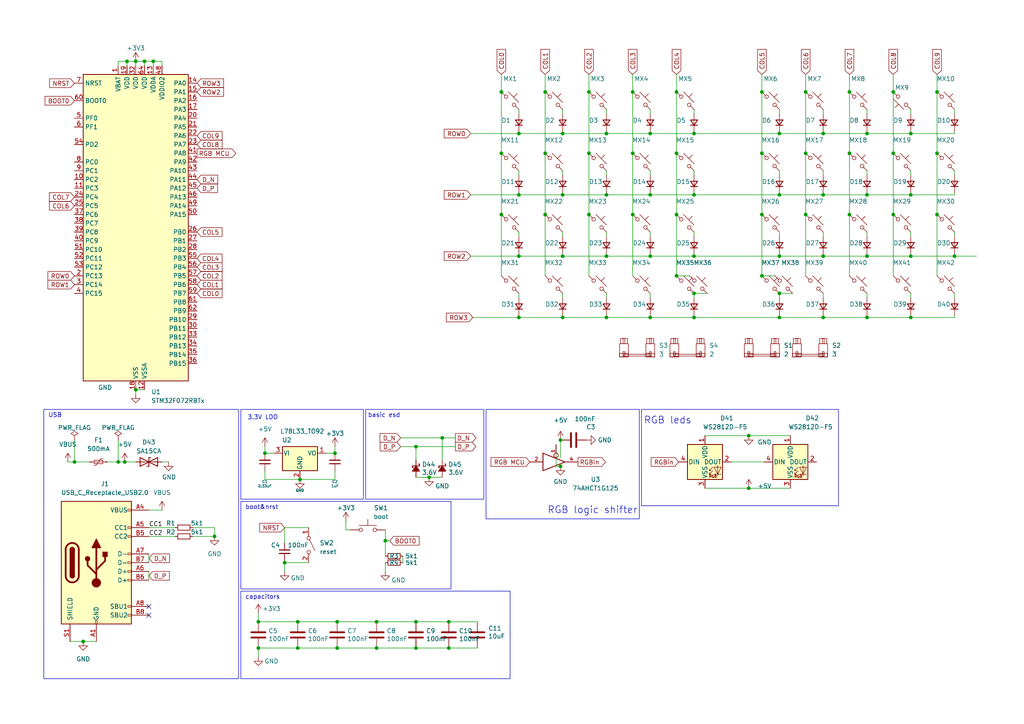
<source format=kicad_sch>
(kicad_sch (version 20230121) (generator eeschema)
  (paper "A4")
  (junction (at 226.06 92.075))
  (junction (at 76.835 131.445))
  (junction (at 24.13 186.055))
  (junction (at 217.17 126.365))
  (junction (at 44.45 17.78))
  (junction (at 188.595 92.075))
  (junction (at 188.595 38.735))
  (junction (at 259.08 62.23))
  (junction (at 86.36 187.96))
  (junction (at 251.46 74.295))
  (junction (at 158.115 26.67))
  (junction (at 220.98 80.01))
  (junction (at 251.46 38.735))
  (junction (at 220.98 26.67))
  (junction (at 109.22 187.96))
  (junction (at 62.23 155.575))
  (junction (at 34.29 133.985))
  (junction (at 246.38 62.23))
  (junction (at 97.79 180.34))
  (junction (at 150.495 56.515))
  (junction (at 175.895 38.735))
  (junction (at 217.17 141.605))
  (junction (at 183.515 26.67))
  (junction (at 86.36 180.34))
  (junction (at 36.83 17.78))
  (junction (at 259.08 44.45))
  (junction (at 158.115 44.45))
  (junction (at 201.295 38.735))
  (junction (at 175.895 74.295))
  (junction (at 145.415 62.23))
  (junction (at 196.215 44.45))
  (junction (at 158.115 62.23))
  (junction (at 196.215 80.01))
  (junction (at 162.56 135.255))
  (junction (at 21.59 133.985))
  (junction (at 162.56 127.635))
  (junction (at 150.495 74.295))
  (junction (at 238.76 92.075))
  (junction (at 163.195 56.515))
  (junction (at 97.79 187.96))
  (junction (at 226.06 74.295))
  (junction (at 188.595 74.295))
  (junction (at 271.78 44.45))
  (junction (at 120.65 187.96))
  (junction (at 145.415 44.45))
  (junction (at 82.55 163.195))
  (junction (at 111.76 156.845))
  (junction (at 145.415 26.67))
  (junction (at 130.175 187.96))
  (junction (at 226.06 56.515))
  (junction (at 246.38 26.67))
  (junction (at 170.815 26.67))
  (junction (at 271.78 26.67))
  (junction (at 74.93 180.34))
  (junction (at 276.86 74.295))
  (junction (at 183.515 62.23))
  (junction (at 175.895 92.075))
  (junction (at 183.515 44.45))
  (junction (at 163.195 92.075))
  (junction (at 163.195 74.295))
  (junction (at 233.68 62.23))
  (junction (at 233.68 44.45))
  (junction (at 124.46 138.43))
  (junction (at 226.06 85.09))
  (junction (at 259.08 26.67))
  (junction (at 41.91 17.78))
  (junction (at 251.46 56.515))
  (junction (at 109.22 180.34))
  (junction (at 264.16 92.075))
  (junction (at 39.37 113.03))
  (junction (at 39.37 17.78))
  (junction (at 120.65 180.34))
  (junction (at 170.815 44.45))
  (junction (at 238.76 38.735))
  (junction (at 130.175 180.34))
  (junction (at 175.895 56.515))
  (junction (at 74.93 187.96))
  (junction (at 201.295 56.515))
  (junction (at 170.815 62.23))
  (junction (at 188.595 56.515))
  (junction (at 163.195 38.735))
  (junction (at 128.27 127))
  (junction (at 36.195 133.985))
  (junction (at 120.65 129.54))
  (junction (at 97.155 131.445))
  (junction (at 86.995 139.065))
  (junction (at 233.68 26.67))
  (junction (at 238.76 74.295))
  (junction (at 251.46 92.075))
  (junction (at 196.215 62.23))
  (junction (at 238.76 56.515))
  (junction (at 201.295 85.09))
  (junction (at 226.06 38.735))
  (junction (at 150.495 92.075))
  (junction (at 264.16 38.735))
  (junction (at 271.78 62.23))
  (junction (at 220.98 44.45))
  (junction (at 220.98 62.23))
  (junction (at 196.215 26.67))
  (junction (at 201.295 74.295))
  (junction (at 246.38 44.45))
  (junction (at 201.295 92.075))
  (junction (at 264.16 56.515))
  (junction (at 264.16 74.295))
  (junction (at 150.495 38.735))
  (no_connect (at 43.18 175.895))
  (no_connect (at 43.18 178.435))
  (wire (pts (xy 259.08 62.23) (xy 259.08 80.01)))
  (wire (pts (xy 271.78 44.45) (xy 271.78 62.23)))
  (wire (pts (xy 158.115 44.45) (xy 158.115 62.23)))
  (wire (pts (xy 188.595 91.44) (xy 188.595 92.075)))
  (wire (pts (xy 276.86 55.88) (xy 276.86 56.515)))
  (wire (pts (xy 163.195 31.75) (xy 163.195 33.02)))
  (wire (pts (xy 109.22 187.96) (xy 120.65 187.96)))
  (wire (pts (xy 111.76 156.845) (xy 113.03 156.845)))
  (wire (pts (xy 238.76 49.53) (xy 238.76 50.8)))
  (wire (pts (xy 196.215 80.01) (xy 200.025 80.01)))
  (wire (pts (xy 251.46 38.735) (xy 264.16 38.735)))
  (wire (pts (xy 201.295 55.88) (xy 201.295 56.515)))
  (wire (pts (xy 226.06 85.09) (xy 226.06 86.36)))
  (wire (pts (xy 41.91 17.78) (xy 39.37 17.78)))
  (wire (pts (xy 175.895 91.44) (xy 175.895 92.075)))
  (wire (pts (xy 86.36 180.34) (xy 74.93 180.34)))
  (wire (pts (xy 128.27 127) (xy 132.08 127)))
  (wire (pts (xy 264.16 38.1) (xy 264.16 38.735)))
  (wire (pts (xy 163.195 49.53) (xy 163.195 50.8)))
  (wire (pts (xy 136.525 38.735) (xy 150.495 38.735)))
  (wire (pts (xy 188.595 38.1) (xy 188.595 38.735)))
  (wire (pts (xy 136.525 56.515) (xy 150.495 56.515)))
  (wire (pts (xy 82.55 163.195) (xy 89.535 163.195)))
  (wire (pts (xy 109.22 180.34) (xy 120.65 180.34)))
  (wire (pts (xy 238.76 73.66) (xy 238.76 74.295)))
  (wire (pts (xy 238.76 55.88) (xy 238.76 56.515)))
  (wire (pts (xy 170.815 21.59) (xy 170.815 26.67)))
  (wire (pts (xy 212.09 133.985) (xy 221.615 133.985)))
  (wire (pts (xy 34.29 133.985) (xy 36.195 133.985)))
  (wire (pts (xy 74.93 190.5) (xy 74.93 187.96)))
  (wire (pts (xy 264.16 91.44) (xy 264.16 92.075)))
  (wire (pts (xy 264.16 38.735) (xy 276.86 38.735)))
  (wire (pts (xy 86.36 180.34) (xy 97.79 180.34)))
  (wire (pts (xy 158.115 21.59) (xy 158.115 26.67)))
  (wire (pts (xy 20.32 186.055) (xy 24.13 186.055)))
  (wire (pts (xy 145.415 44.45) (xy 145.415 62.23)))
  (wire (pts (xy 116.205 129.54) (xy 120.65 129.54)))
  (wire (pts (xy 82.55 153.035) (xy 82.55 157.48)))
  (wire (pts (xy 246.38 62.23) (xy 246.38 80.01)))
  (wire (pts (xy 101.6 153.67) (xy 100.33 153.67)))
  (wire (pts (xy 276.86 91.44) (xy 276.86 92.075)))
  (wire (pts (xy 150.495 38.735) (xy 163.195 38.735)))
  (wire (pts (xy 251.46 67.31) (xy 251.46 68.58)))
  (wire (pts (xy 226.06 91.44) (xy 226.06 92.075)))
  (wire (pts (xy 150.495 85.09) (xy 150.495 86.36)))
  (wire (pts (xy 120.65 129.54) (xy 132.08 129.54)))
  (wire (pts (xy 175.895 38.1) (xy 175.895 38.735)))
  (wire (pts (xy 188.595 92.075) (xy 201.295 92.075)))
  (wire (pts (xy 145.415 26.67) (xy 145.415 44.45)))
  (wire (pts (xy 41.91 17.78) (xy 41.91 19.05)))
  (wire (pts (xy 170.815 44.45) (xy 170.815 62.23)))
  (wire (pts (xy 76.835 129.54) (xy 76.835 131.445)))
  (wire (pts (xy 21.59 133.985) (xy 26.035 133.985)))
  (wire (pts (xy 111.76 156.845) (xy 111.76 161.29)))
  (wire (pts (xy 175.895 49.53) (xy 175.895 50.8)))
  (wire (pts (xy 264.16 85.09) (xy 264.16 86.36)))
  (wire (pts (xy 226.06 74.295) (xy 238.76 74.295)))
  (wire (pts (xy 162.56 127.635) (xy 162.56 132.715)))
  (wire (pts (xy 188.595 38.735) (xy 201.295 38.735)))
  (wire (pts (xy 226.06 49.53) (xy 226.06 50.8)))
  (wire (pts (xy 188.595 85.09) (xy 188.595 86.36)))
  (wire (pts (xy 238.76 85.09) (xy 238.76 86.36)))
  (wire (pts (xy 150.495 49.53) (xy 150.495 50.8)))
  (wire (pts (xy 76.835 136.525) (xy 76.835 139.065)))
  (wire (pts (xy 39.37 113.03) (xy 41.91 113.03)))
  (wire (pts (xy 175.895 38.735) (xy 188.595 38.735)))
  (wire (pts (xy 188.595 67.31) (xy 188.595 68.58)))
  (wire (pts (xy 201.295 56.515) (xy 226.06 56.515)))
  (wire (pts (xy 220.98 62.23) (xy 220.98 80.01)))
  (wire (pts (xy 175.895 85.09) (xy 175.895 86.36)))
  (wire (pts (xy 150.495 31.75) (xy 150.495 33.02)))
  (wire (pts (xy 276.86 49.53) (xy 276.86 50.8)))
  (wire (pts (xy 120.65 180.34) (xy 130.175 180.34)))
  (wire (pts (xy 163.195 67.31) (xy 163.195 68.58)))
  (wire (pts (xy 170.815 62.23) (xy 170.815 80.01)))
  (wire (pts (xy 163.195 85.09) (xy 163.195 86.36)))
  (wire (pts (xy 238.76 92.075) (xy 251.46 92.075)))
  (wire (pts (xy 246.38 21.59) (xy 246.38 26.67)))
  (wire (pts (xy 204.47 141.605) (xy 217.17 141.605)))
  (wire (pts (xy 43.18 160.655) (xy 43.18 163.195)))
  (wire (pts (xy 74.93 177.8) (xy 74.93 180.34)))
  (wire (pts (xy 201.295 74.295) (xy 226.06 74.295)))
  (wire (pts (xy 163.195 38.1) (xy 163.195 38.735)))
  (wire (pts (xy 271.78 21.59) (xy 271.78 26.67)))
  (wire (pts (xy 130.175 180.34) (xy 138.43 180.34)))
  (wire (pts (xy 183.515 21.59) (xy 183.515 26.67)))
  (wire (pts (xy 251.46 38.1) (xy 251.46 38.735)))
  (wire (pts (xy 217.17 126.365) (xy 229.235 126.365)))
  (wire (pts (xy 150.495 38.1) (xy 150.495 38.735)))
  (wire (pts (xy 226.06 56.515) (xy 238.76 56.515)))
  (wire (pts (xy 251.46 56.515) (xy 264.16 56.515)))
  (wire (pts (xy 251.46 31.75) (xy 251.46 33.02)))
  (wire (pts (xy 188.595 73.66) (xy 188.595 74.295)))
  (wire (pts (xy 31.115 133.985) (xy 34.29 133.985)))
  (wire (pts (xy 238.76 67.31) (xy 238.76 68.58)))
  (wire (pts (xy 238.76 74.295) (xy 251.46 74.295)))
  (wire (pts (xy 201.295 67.31) (xy 201.295 68.58)))
  (wire (pts (xy 251.46 85.09) (xy 251.46 86.36)))
  (wire (pts (xy 44.45 17.78) (xy 44.45 19.05)))
  (wire (pts (xy 82.55 153.035) (xy 89.535 153.035)))
  (wire (pts (xy 36.195 133.985) (xy 39.37 133.985)))
  (wire (pts (xy 137.16 92.075) (xy 150.495 92.075)))
  (wire (pts (xy 36.83 17.78) (xy 39.37 17.78)))
  (wire (pts (xy 158.115 26.67) (xy 158.115 44.45)))
  (wire (pts (xy 120.65 129.54) (xy 120.65 133.35)))
  (wire (pts (xy 120.65 138.43) (xy 124.46 138.43)))
  (wire (pts (xy 34.29 17.78) (xy 34.29 19.05)))
  (wire (pts (xy 163.195 91.44) (xy 163.195 92.075)))
  (wire (pts (xy 150.495 56.515) (xy 163.195 56.515)))
  (wire (pts (xy 183.515 44.45) (xy 183.515 62.23)))
  (wire (pts (xy 43.18 155.575) (xy 50.8 155.575)))
  (wire (pts (xy 233.68 62.23) (xy 233.68 80.01)))
  (wire (pts (xy 264.16 74.295) (xy 276.86 74.295)))
  (wire (pts (xy 246.38 26.67) (xy 246.38 44.45)))
  (wire (pts (xy 34.29 127.635) (xy 34.29 133.985)))
  (wire (pts (xy 259.08 44.45) (xy 259.08 62.23)))
  (wire (pts (xy 150.495 73.66) (xy 150.495 74.295)))
  (wire (pts (xy 238.76 91.44) (xy 238.76 92.075)))
  (wire (pts (xy 163.195 55.88) (xy 163.195 56.515)))
  (wire (pts (xy 251.46 73.66) (xy 251.46 74.295)))
  (wire (pts (xy 226.06 31.75) (xy 226.06 33.02)))
  (wire (pts (xy 201.295 38.735) (xy 226.06 38.735)))
  (wire (pts (xy 276.86 85.09) (xy 276.86 86.36)))
  (wire (pts (xy 264.16 92.075) (xy 276.86 92.075)))
  (wire (pts (xy 259.08 21.59) (xy 259.08 26.67)))
  (wire (pts (xy 264.16 56.515) (xy 276.86 56.515)))
  (wire (pts (xy 150.495 92.075) (xy 163.195 92.075)))
  (wire (pts (xy 116.84 161.29) (xy 116.84 163.195)))
  (wire (pts (xy 82.55 163.195) (xy 82.55 162.56)))
  (wire (pts (xy 183.515 62.23) (xy 183.515 80.01)))
  (wire (pts (xy 97.155 129.54) (xy 97.155 131.445)))
  (wire (pts (xy 226.06 38.1) (xy 226.06 38.735)))
  (wire (pts (xy 111.76 163.195) (xy 111.76 165.735)))
  (wire (pts (xy 220.98 80.01) (xy 224.79 80.01)))
  (wire (pts (xy 196.215 44.45) (xy 196.215 62.23)))
  (wire (pts (xy 34.29 17.78) (xy 36.83 17.78)))
  (wire (pts (xy 217.17 141.605) (xy 229.235 141.605)))
  (wire (pts (xy 41.91 17.78) (xy 44.45 17.78)))
  (wire (pts (xy 233.68 26.67) (xy 233.68 44.45)))
  (wire (pts (xy 150.495 91.44) (xy 150.495 92.075)))
  (wire (pts (xy 158.115 62.23) (xy 158.115 80.01)))
  (wire (pts (xy 21.59 127.635) (xy 21.59 133.985)))
  (wire (pts (xy 226.06 73.66) (xy 226.06 74.295)))
  (wire (pts (xy 44.45 17.78) (xy 46.99 17.78)))
  (wire (pts (xy 43.18 165.735) (xy 43.18 168.275)))
  (wire (pts (xy 120.65 187.96) (xy 130.175 187.96)))
  (wire (pts (xy 161.29 135.255) (xy 161.29 128.905)))
  (wire (pts (xy 175.895 92.075) (xy 188.595 92.075)))
  (wire (pts (xy 55.88 153.035) (xy 62.23 153.035)))
  (wire (pts (xy 220.98 21.59) (xy 220.98 26.67)))
  (wire (pts (xy 62.23 153.035) (xy 62.23 155.575)))
  (wire (pts (xy 170.815 26.67) (xy 170.815 44.45)))
  (wire (pts (xy 264.16 49.53) (xy 264.16 50.8)))
  (wire (pts (xy 196.215 21.59) (xy 196.215 26.67)))
  (wire (pts (xy 97.79 187.96) (xy 109.22 187.96)))
  (wire (pts (xy 264.16 55.88) (xy 264.16 56.515)))
  (wire (pts (xy 97.79 180.34) (xy 109.22 180.34)))
  (wire (pts (xy 175.895 74.295) (xy 188.595 74.295)))
  (wire (pts (xy 124.46 138.43) (xy 128.27 138.43)))
  (wire (pts (xy 201.295 85.09) (xy 205.105 85.09)))
  (wire (pts (xy 238.76 56.515) (xy 251.46 56.515)))
  (wire (pts (xy 150.495 67.31) (xy 150.495 68.58)))
  (wire (pts (xy 196.215 26.67) (xy 196.215 44.45)))
  (wire (pts (xy 175.895 67.31) (xy 175.895 68.58)))
  (wire (pts (xy 246.38 44.45) (xy 246.38 62.23)))
  (wire (pts (xy 86.995 139.065) (xy 97.155 139.065)))
  (wire (pts (xy 271.78 62.23) (xy 271.78 80.01)))
  (wire (pts (xy 163.195 74.295) (xy 175.895 74.295)))
  (wire (pts (xy 46.99 133.985) (xy 48.895 133.985)))
  (wire (pts (xy 238.76 38.1) (xy 238.76 38.735)))
  (wire (pts (xy 276.86 31.75) (xy 276.86 33.02)))
  (wire (pts (xy 163.195 38.735) (xy 175.895 38.735)))
  (wire (pts (xy 100.33 153.67) (xy 100.33 151.13)))
  (wire (pts (xy 163.195 56.515) (xy 175.895 56.515)))
  (wire (pts (xy 220.98 44.45) (xy 220.98 62.23)))
  (wire (pts (xy 201.295 91.44) (xy 201.295 92.075)))
  (wire (pts (xy 82.55 165.735) (xy 82.55 163.195)))
  (wire (pts (xy 163.195 92.075) (xy 175.895 92.075)))
  (wire (pts (xy 251.46 92.075) (xy 264.16 92.075)))
  (wire (pts (xy 226.06 92.075) (xy 238.76 92.075)))
  (wire (pts (xy 39.37 17.78) (xy 39.37 19.05)))
  (wire (pts (xy 175.895 56.515) (xy 188.595 56.515)))
  (wire (pts (xy 43.18 147.955) (xy 46.99 147.955)))
  (wire (pts (xy 55.88 155.575) (xy 62.23 155.575)))
  (wire (pts (xy 226.06 55.88) (xy 226.06 56.515)))
  (wire (pts (xy 276.86 38.1) (xy 276.86 38.735)))
  (wire (pts (xy 43.18 153.035) (xy 50.8 153.035)))
  (wire (pts (xy 233.68 21.59) (xy 233.68 26.67)))
  (wire (pts (xy 201.295 31.75) (xy 201.295 33.02)))
  (wire (pts (xy 46.99 17.78) (xy 46.99 19.05)))
  (wire (pts (xy 259.08 26.67) (xy 259.08 44.45)))
  (wire (pts (xy 175.895 31.75) (xy 175.895 33.02)))
  (wire (pts (xy 188.595 49.53) (xy 188.595 50.8)))
  (wire (pts (xy 226.06 38.735) (xy 238.76 38.735)))
  (wire (pts (xy 86.36 187.96) (xy 97.79 187.96)))
  (wire (pts (xy 196.215 62.23) (xy 196.215 80.01)))
  (wire (pts (xy 183.515 26.67) (xy 183.515 44.45)))
  (wire (pts (xy 276.86 74.295) (xy 283.21 74.295)))
  (wire (pts (xy 150.495 55.88) (xy 150.495 56.515)))
  (wire (pts (xy 150.495 74.295) (xy 163.195 74.295)))
  (wire (pts (xy 238.76 31.75) (xy 238.76 33.02)))
  (wire (pts (xy 201.295 73.66) (xy 201.295 74.295)))
  (wire (pts (xy 251.46 91.44) (xy 251.46 92.075)))
  (wire (pts (xy 188.595 31.75) (xy 188.595 33.02)))
  (wire (pts (xy 162.56 135.255) (xy 161.29 135.255)))
  (wire (pts (xy 175.895 55.88) (xy 175.895 56.515)))
  (wire (pts (xy 201.295 49.53) (xy 201.295 50.8)))
  (wire (pts (xy 116.205 127) (xy 128.27 127)))
  (wire (pts (xy 226.06 67.31) (xy 226.06 68.58)))
  (wire (pts (xy 251.46 74.295) (xy 264.16 74.295)))
  (wire (pts (xy 76.835 131.445) (xy 79.375 131.445)))
  (wire (pts (xy 39.37 114.3) (xy 39.37 113.03)))
  (wire (pts (xy 94.615 131.445) (xy 97.155 131.445)))
  (wire (pts (xy 264.16 31.75) (xy 264.16 33.02)))
  (wire (pts (xy 97.155 136.525) (xy 97.155 139.065)))
  (wire (pts (xy 201.295 38.1) (xy 201.295 38.735)))
  (wire (pts (xy 175.895 73.66) (xy 175.895 74.295)))
  (wire (pts (xy 24.13 186.055) (xy 27.94 186.055)))
  (wire (pts (xy 86.36 187.96) (xy 74.93 187.96)))
  (wire (pts (xy 188.595 74.295) (xy 201.295 74.295)))
  (wire (pts (xy 111.76 153.67) (xy 111.76 156.845)))
  (wire (pts (xy 201.295 92.075) (xy 226.06 92.075)))
  (wire (pts (xy 251.46 55.88) (xy 251.46 56.515)))
  (wire (pts (xy 201.295 85.09) (xy 201.295 86.36)))
  (wire (pts (xy 226.06 85.09) (xy 229.87 85.09)))
  (wire (pts (xy 204.47 126.365) (xy 217.17 126.365)))
  (wire (pts (xy 264.16 67.31) (xy 264.16 68.58)))
  (wire (pts (xy 136.525 74.295) (xy 150.495 74.295)))
  (wire (pts (xy 276.86 67.31) (xy 276.86 68.58)))
  (wire (pts (xy 163.195 73.66) (xy 163.195 74.295)))
  (wire (pts (xy 276.86 73.66) (xy 276.86 74.295)))
  (wire (pts (xy 271.78 26.67) (xy 271.78 44.45)))
  (wire (pts (xy 238.76 38.735) (xy 251.46 38.735)))
  (wire (pts (xy 220.98 26.67) (xy 220.98 44.45)))
  (wire (pts (xy 36.83 17.78) (xy 36.83 19.05)))
  (wire (pts (xy 145.415 62.23) (xy 145.415 80.01)))
  (wire (pts (xy 188.595 55.88) (xy 188.595 56.515)))
  (wire (pts (xy 130.175 187.96) (xy 138.43 187.96)))
  (wire (pts (xy 264.16 73.66) (xy 264.16 74.295)))
  (wire (pts (xy 145.415 21.59) (xy 145.415 26.67)))
  (wire (pts (xy 76.835 139.065) (xy 86.995 139.065)))
  (wire (pts (xy 188.595 56.515) (xy 201.295 56.515)))
  (wire (pts (xy 128.27 127) (xy 128.27 133.35)))
  (wire (pts (xy 233.68 44.45) (xy 233.68 62.23)))
  (wire (pts (xy 251.46 49.53) (xy 251.46 50.8)))
  (wire (pts (xy 19.685 133.985) (xy 21.59 133.985)))
  (rectangle (start 12.7 118.745) (end 69.215 196.85))
  (rectangle (start 69.85 145.415) (end 130.81 170.815))
  (rectangle (start 106.045 118.745) (end 140.335 144.78))
  (rectangle (start 186.055 118.745) (end 243.205 146.685))
  (rectangle (start 69.85 118.745) (end 105.41 144.78))
  (rectangle (start 69.85 171.45) (end 147.955 196.85))
  (rectangle (start 140.97 118.745) (end 185.42 150.495))
  (text "RGB leds" (at 186.69 123.19 0) (effects (font (size 2 2)) (justify left bottom)))
  (text "RGB logic shifter" (at 158.75 149.225 0) (effects (font (size 2 2)) (justify left bottom)))
  (text "capacitors" (at 71.12 173.99 0) (effects (font (size 1.27 1.27)) (justify left bottom)))
  (text "boot&nrst" (at 71.12 147.955 0) (effects (font (size 1.27 1.27)) (justify left bottom)))
  (text "3.3V LDO" (at 71.755 121.92 0) (effects (font (size 1.27 1.27)) (justify left bottom)))
  (text "USB" (at 13.97 121.285 0) (effects (font (size 1.27 1.27)) (justify left bottom)))
  (text "basic esd" (at 106.68 121.285 0) (effects (font (size 1.27 1.27)) (justify left bottom)))
  (label "CC1" (at 43.18 153.035 0))
  (label "CC2" (at 43.18 155.575 0))
  (global_label "RGBin" (shape input) (at 196.85 133.985 180) (property "Intersheetrefs" "${INTERSHEET_REFS}" (effects hide)))
  (global_label "COL0" (shape input) (at 57.15 85.09 0) (property "Intersheetrefs" "${INTERSHEET_REFS}" (effects hide)))
  (global_label "ROW0" (shape input) (at 21.59 80.01 180) (property "Intersheetrefs" "${INTERSHEET_REFS}" (effects hide)))
  (global_label "ROW0" (shape input) (at 136.525 38.735 180) (property "Intersheetrefs" "${INTERSHEET_REFS}" (effects hide)))
  (global_label "COL6" (shape input) (at 21.59 59.69 180) (property "Intersheetrefs" "${INTERSHEET_REFS}" (effects hide)))
  (global_label "COL1" (shape input) (at 158.115 21.59 90) (property "Intersheetrefs" "${INTERSHEET_REFS}" (effects hide)))
  (global_label "COL7" (shape input) (at 21.59 57.15 180) (property "Intersheetrefs" "${INTERSHEET_REFS}" (effects hide)))
  (global_label "COL1" (shape input) (at 57.15 82.55 0) (property "Intersheetrefs" "${INTERSHEET_REFS}" (effects hide)))
  (global_label "RGBin" (shape output) (at 167.64 133.985 0) (property "Intersheetrefs" "${INTERSHEET_REFS}" (effects hide)))
  (global_label "D_N" (shape input) (at 116.205 127 180) (property "Intersheetrefs" "${INTERSHEET_REFS}" (effects hide)))
  (global_label "NRST" (shape input) (at 82.55 153.035 180) (property "Intersheetrefs" "${INTERSHEET_REFS}" (effects hide)))
  (global_label "COL9" (shape input) (at 57.15 39.37 0) (property "Intersheetrefs" "${INTERSHEET_REFS}" (effects hide)))
  (global_label "COL8" (shape input) (at 259.08 21.59 90) (property "Intersheetrefs" "${INTERSHEET_REFS}" (effects hide)))
  (global_label "D_P" (shape input) (at 43.18 167.005 0) (property "Intersheetrefs" "${INTERSHEET_REFS}" (effects hide)))
  (global_label "COL3" (shape input) (at 57.15 77.47 0) (property "Intersheetrefs" "${INTERSHEET_REFS}" (effects hide)))
  (global_label "COL0" (shape input) (at 145.415 21.59 90) (property "Intersheetrefs" "${INTERSHEET_REFS}" (effects hide)))
  (global_label "NRST" (shape input) (at 21.59 24.13 180) (property "Intersheetrefs" "${INTERSHEET_REFS}" (effects hide)))
  (global_label "COL9" (shape input) (at 271.78 21.59 90) (property "Intersheetrefs" "${INTERSHEET_REFS}" (effects hide)))
  (global_label "COL8" (shape input) (at 57.15 41.91 0) (property "Intersheetrefs" "${INTERSHEET_REFS}" (effects hide)))
  (global_label "ROW2" (shape input) (at 136.525 74.295 180) (property "Intersheetrefs" "${INTERSHEET_REFS}" (effects hide)))
  (global_label "ROW1" (shape input) (at 21.59 82.55 180) (property "Intersheetrefs" "${INTERSHEET_REFS}" (effects hide)))
  (global_label "COL2" (shape input) (at 57.15 80.01 0) (property "Intersheetrefs" "${INTERSHEET_REFS}" (effects hide)))
  (global_label "ROW1" (shape input) (at 136.525 56.515 180) (property "Intersheetrefs" "${INTERSHEET_REFS}" (effects hide)))
  (global_label "RGB MCU" (shape output) (at 57.15 44.45 0) (property "Intersheetrefs" "${INTERSHEET_REFS}" (effects hide)))
  (global_label "COL4" (shape input) (at 57.15 74.93 0) (property "Intersheetrefs" "${INTERSHEET_REFS}" (effects hide)))
  (global_label "D_P" (shape input) (at 57.15 54.61 0) (property "Intersheetrefs" "${INTERSHEET_REFS}" (effects hide)))
  (global_label "D_P" (shape output) (at 132.08 129.54 0) (property "Intersheetrefs" "${INTERSHEET_REFS}" (effects hide)))
  (global_label "COL4" (shape input) (at 196.215 21.59 90) (property "Intersheetrefs" "${INTERSHEET_REFS}" (effects hide)))
  (global_label "COL2" (shape input) (at 170.815 21.59 90) (property "Intersheetrefs" "${INTERSHEET_REFS}" (effects hide)))
  (global_label "ROW2" (shape input) (at 57.15 26.67 0) (property "Intersheetrefs" "${INTERSHEET_REFS}" (effects hide)))
  (global_label "ROW3" (shape input) (at 137.16 92.075 180) (property "Intersheetrefs" "${INTERSHEET_REFS}" (effects hide)))
  (global_label "COL5" (shape input) (at 57.15 67.31 0) (property "Intersheetrefs" "${INTERSHEET_REFS}" (effects hide)))
  (global_label "COL3" (shape input) (at 183.515 21.59 90) (property "Intersheetrefs" "${INTERSHEET_REFS}" (effects hide)))
  (global_label "COL7" (shape input) (at 246.38 21.59 90) (property "Intersheetrefs" "${INTERSHEET_REFS}" (effects hide)))
  (global_label "BOOT0" (shape input) (at 113.03 156.845 0) (property "Intersheetrefs" "${INTERSHEET_REFS}" (effects hide)))
  (global_label "D_P" (shape input) (at 116.205 129.54 180) (property "Intersheetrefs" "${INTERSHEET_REFS}" (effects hide)))
  (global_label "ROW3" (shape input) (at 57.15 24.13 0) (property "Intersheetrefs" "${INTERSHEET_REFS}" (effects hide)))
  (global_label "COL6" (shape input) (at 233.68 21.59 90) (property "Intersheetrefs" "${INTERSHEET_REFS}" (effects hide)))
  (global_label "D_N" (shape input) (at 57.15 52.07 0) (property "Intersheetrefs" "${INTERSHEET_REFS}" (effects hide)))
  (global_label "COL5" (shape input) (at 220.98 21.59 90) (property "Intersheetrefs" "${INTERSHEET_REFS}" (effects hide)))
  (global_label "D_N" (shape output) (at 132.08 127 0) (property "Intersheetrefs" "${INTERSHEET_REFS}" (effects hide)))
  (global_label "D_N" (shape input) (at 43.18 161.925 0) (property "Intersheetrefs" "${INTERSHEET_REFS}" (effects hide)))
  (global_label "RGB MCU" (shape input) (at 153.67 133.985 180) (property "Intersheetrefs" "${INTERSHEET_REFS}" (effects hide)))
  (global_label "BOOT0" (shape input) (at 21.59 29.21 180) (property "Intersheetrefs" "${INTERSHEET_REFS}" (effects hide)))
  (symbol (lib_id "Device:D_Small") (at 163.195 71.12 90) (unit 1)
    (property "Reference" "D22" (at 158.115 70.485 90) (effects (justify right)))
    (property "Value" "D_Small" (effects hide))
    (property "Footprint" "kbd:D3_TH_SMD_v3" (effects hide))
    (property "Sim.Device" "D" (effects hide))
    (property "Sim.Pins" "1=K 2=A" (effects hide))
  )
  (symbol (lib_id "MCU_ST_STM32F0:STM32F072RBTx") (at 39.37 67.31 0) (unit 1)
    (property "Reference" "U1" (at 43.8659 113.665 0) (effects (justify left)))
    (property "Value" "STM32F072RBTx" (at 43.8659 116.205 0) (effects (justify left)))
    (property "Footprint" "Package_QFP:LQFP-64_10x10mm_P0.5mm" (effects hide))
    (property "Datasheet" "https://www.st.com/resource/en/datasheet/stm32f072rb.pdf" (effects hide))
  )
  (symbol (lib_id "PCM_marbastlib-mx:MX_SW_solder") (at 186.055 64.77 0) (unit 1)
    (property "Reference" "MX24" (at 186.055 58.42 0))
    (property "Value" "MX_SW_solder" (effects hide))
    (property "Footprint" "MX_Alps_Hybrid:MX-Alps-Hybrid-1U" (effects hide))
  )
  (symbol (lib_id "Device:D_Small") (at 150.495 71.12 90) (unit 1)
    (property "Reference" "D21" (at 145.415 70.485 90) (effects (justify right)))
    (property "Value" "D_Small" (effects hide))
    (property "Footprint" "kbd:D3_TH_SMD_v3" (effects hide))
    (property "Sim.Device" "D" (effects hide))
    (property "Sim.Pins" "1=K 2=A" (effects hide))
  )
  (symbol (lib_id "Device:D_Small") (at 264.16 53.34 90) (unit 1)
    (property "Reference" "D19" (at 259.08 52.705 90) (effects (justify right)))
    (property "Value" "D_Small" (effects hide))
    (property "Footprint" "kbd:D3_TH_SMD_v3" (effects hide))
    (property "Sim.Device" "D" (effects hide))
    (property "Sim.Pins" "1=K 2=A" (effects hide))
  )
  (symbol (lib_id "Device:D_Small") (at 238.76 88.9 90) (unit 1)
    (property "Reference" "D37" (at 233.68 88.265 90) (effects (justify right)))
    (property "Value" "D_Small" (effects hide))
    (property "Footprint" "kbd:D3_TH_SMD_v3" (effects hide))
    (property "Sim.Device" "D" (effects hide))
    (property "Sim.Pins" "1=K 2=A" (effects hide))
  )
  (symbol (lib_id "Device:C") (at 86.36 184.15 0) (unit 1)
    (property "Reference" "C6" (at 89.281 182.9816 0) (effects (justify left)))
    (property "Value" "100nF" (at 89.281 185.293 0) (effects (justify left)))
    (property "Footprint" "Capacitor_THT:C_Disc_D4.3mm_W1.9mm_P5.00mm" (effects hide))
  )
  (symbol (lib_id "PCM_marbastlib-mx:MX_SW_solder") (at 274.32 46.99 0) (unit 1)
    (property "Reference" "MX20" (at 274.32 40.64 0))
    (property "Value" "MX_SW_solder" (effects hide))
    (property "Footprint" "MX_Alps_Hybrid:MX-Alps-Hybrid-1U" (effects hide))
  )
  (symbol (lib_id "power:GND") (at 48.895 133.985 0) (unit 1)
    (property "Reference" "#PWR09" (effects hide))
    (property "Value" "GND" (at 49.022 138.3792 0))
  )
  (symbol (lib_id "PCM_marbastlib-mx:MX_SW_solder") (at 274.32 82.55 0) (unit 1)
    (property "Reference" "MX42" (at 274.32 76.2 0))
    (property "Value" "MX_SW_solder" (effects hide))
    (property "Footprint" "MX_Alps_Hybrid:MX-Alps-Hybrid-1U" (effects hide))
  )
  (symbol (lib_id "Device:D_Small") (at 188.595 71.12 90) (unit 1)
    (property "Reference" "D24" (at 183.515 70.485 90) (effects (justify right)))
    (property "Value" "D_Small" (effects hide))
    (property "Footprint" "kbd:D3_TH_SMD_v3" (effects hide))
    (property "Sim.Device" "D" (effects hide))
    (property "Sim.Pins" "1=K 2=A" (effects hide))
  )
  (symbol (lib_id "power:GND") (at 111.76 165.735 0) (unit 1)
    (property "Reference" "#PWR019" (effects hide))
    (property "Value" "GND" (at 115.57 168.275 0))
  )
  (symbol (lib_id "PCM_marbastlib-mx:MX_SW_solder") (at 248.92 82.55 0) (unit 1)
    (property "Reference" "MX40" (at 248.92 76.2 0))
    (property "Value" "MX_SW_solder" (effects hide))
    (property "Footprint" "MX_Alps_Hybrid:MX-Alps-Hybrid-1U" (effects hide))
  )
  (symbol (lib_id "Device:D_Small") (at 251.46 35.56 90) (unit 1)
    (property "Reference" "D8" (at 246.38 34.925 90) (effects (justify right)))
    (property "Value" "D_Small" (effects hide))
    (property "Footprint" "kbd:D3_TH_SMD_v3" (effects hide))
    (property "Sim.Device" "D" (effects hide))
    (property "Sim.Pins" "1=K 2=A" (effects hide))
  )
  (symbol (lib_id "PCM_marbastlib-mx:MX_SW_solder") (at 173.355 46.99 0) (unit 1)
    (property "Reference" "MX13" (at 173.355 40.64 0))
    (property "Value" "MX_SW_solder" (effects hide))
    (property "Footprint" "MX_Alps_Hybrid:MX-Alps-Hybrid-1U" (effects hide))
  )
  (symbol (lib_id "PCM_marbastlib-mx:MX_SW_solder") (at 147.955 46.99 0) (unit 1)
    (property "Reference" "MX11" (at 147.955 40.64 0))
    (property "Value" "MX_SW_solder" (effects hide))
    (property "Footprint" "MX_Alps_Hybrid:MX-Alps-Hybrid-1U" (effects hide))
  )
  (symbol (lib_id "PCM_marbastlib-mx:MX_SW_solder") (at 186.055 46.99 0) (unit 1)
    (property "Reference" "MX14" (at 186.055 40.64 0))
    (property "Value" "MX_SW_solder" (effects hide))
    (property "Footprint" "MX_Alps_Hybrid:MX-Alps-Hybrid-1U" (effects hide))
  )
  (symbol (lib_id "Device:C") (at 97.79 184.15 0) (unit 1)
    (property "Reference" "C7" (at 100.711 182.9816 0) (effects (justify left)))
    (property "Value" "100nF" (at 100.711 185.293 0) (effects (justify left)))
    (property "Footprint" "Capacitor_THT:C_Disc_D4.3mm_W1.9mm_P5.00mm" (effects hide))
  )
  (symbol (lib_id "PCM_marbastlib-mx:MX_SW_solder") (at 248.92 64.77 0) (unit 1)
    (property "Reference" "MX28" (at 248.92 58.42 0))
    (property "Value" "MX_SW_solder" (effects hide))
    (property "Footprint" "MX_Alps_Hybrid:MX-Alps-Hybrid-1U" (effects hide))
  )
  (symbol (lib_id "PCM_marbastlib-mx:MX_SW_solder") (at 160.655 82.55 0) (unit 1)
    (property "Reference" "MX32" (at 160.655 76.2 0))
    (property "Value" "MX_SW_solder" (effects hide))
    (property "Footprint" "MX_Alps_Hybrid:MX-Alps-Hybrid-1U" (effects hide))
  )
  (symbol (lib_id "Device:R_Small") (at 53.34 155.575 90) (unit 1)
    (property "Reference" "R2" (at 49.53 154.305 90))
    (property "Value" "5k1" (at 57.15 154.305 90))
    (property "Footprint" "Resistor_THT:R_Axial_DIN0204_L3.6mm_D1.6mm_P7.62mm_Horizontal" (effects hide))
  )
  (symbol (lib_id "PCM_marbastlib-mx:MX_SW_solder") (at 198.755 82.55 0) (unit 1)
    (property "Reference" "MX35" (at 198.755 76.2 0))
    (property "Value" "MX_SW_solder" (effects hide))
    (property "Footprint" "MX_Alps_Hybrid:MX-Alps-Hybrid-1U" (effects hide))
  )
  (symbol (lib_id "Connector:USB_C_Receptacle_USB2.0") (at 27.94 163.195 0) (unit 1)
    (property "Reference" "J1" (at 30.4165 140.335 0))
    (property "Value" "USB_C_Receptacle_USB2.0" (at 30.4165 142.875 0))
    (property "Footprint" "Connector_USB:USB_C_Receptacle_GCT_USB4085" (effects hide))
    (property "Datasheet" "https://www.usb.org/sites/default/files/documents/usb_type-c.zip" (effects hide))
    (property "LCSC" "C165948" (effects hide))
  )
  (symbol (lib_id "power:+3V3") (at 97.155 129.54 0) (unit 1)
    (property "Reference" "#PWR05" (effects hide))
    (property "Value" "+3V3" (at 97.155 125.73 0))
  )
  (symbol (lib_id "PCM_marbastlib-mx:MX_SW_solder") (at 160.655 64.77 0) (unit 1)
    (property "Reference" "MX22" (at 160.655 58.42 0))
    (property "Value" "MX_SW_solder" (effects hide))
    (property "Footprint" "MX_Alps_Hybrid:MX-Alps-Hybrid-1U" (effects hide))
  )
  (symbol (lib_id "PCM_marbastlib-mx:MX_stab") (at 199.39 100.965 0) (unit 1)
    (property "Reference" "S4" (at 205.74 100.203 0) (effects (justify left)))
    (property "Value" "2" (at 205.74 102.743 0) (effects (justify left)))
    (property "Footprint" "PCM_marbastlib-mx:STAB_MX_P_2u" (effects hide))
  )
  (symbol (lib_id "power:GND") (at 82.55 165.735 0) (mirror y) (unit 1)
    (property "Reference" "#PWR018" (effects hide))
    (property "Value" "GND" (at 86.36 167.64 0))
  )
  (symbol (lib_id "Device:D_Small") (at 150.495 53.34 90) (unit 1)
    (property "Reference" "D11" (at 145.415 52.705 90) (effects (justify right)))
    (property "Value" "D_Small" (effects hide))
    (property "Footprint" "kbd:D3_TH_SMD_v3" (effects hide))
    (property "Sim.Device" "D" (effects hide))
    (property "Sim.Pins" "1=K 2=A" (effects hide))
  )
  (symbol (lib_id "Device:D_Small") (at 175.895 88.9 90) (unit 1)
    (property "Reference" "D33" (at 170.815 88.265 90) (effects (justify right)))
    (property "Value" "D_Small" (effects hide))
    (property "Footprint" "kbd:D3_TH_SMD_v3" (effects hide))
    (property "Sim.Device" "D" (effects hide))
    (property "Sim.Pins" "1=K 2=A" (effects hide))
  )
  (symbol (lib_id "LED:WS2812B") (at 204.47 133.985 0) (unit 1)
    (property "Reference" "D41" (at 210.82 121.285 0))
    (property "Value" "WS2812D-F5 " (at 210.82 123.825 0))
    (property "Footprint" "kbd:NeoPixel_bulb_5mm_Adafruit_1938" (effects hide))
    (property "Datasheet" "https://cdn-shop.adafruit.com/datasheets/WS2812B.pdf" (effects hide))
  )
  (symbol (lib_id "power:+5V") (at 76.835 129.54 0) (unit 1)
    (property "Reference" "#PWR04" (effects hide))
    (property "Value" "+5V" (at 76.835 124.46 0))
  )
  (symbol (lib_id "PCM_marbastlib-mx:MX_SW_solder") (at 223.52 82.55 0) (unit 1)
    (property "Reference" "MX37" (at 223.52 76.2 0))
    (property "Value" "MX_SW_solder" (effects hide))
    (property "Footprint" "MX_Alps_Hybrid:MX-Alps-Hybrid-1U" (effects hide))
  )
  (symbol (lib_id "Device:D_Small") (at 150.495 35.56 90) (unit 1)
    (property "Reference" "D1" (at 145.415 34.925 90) (effects (justify right)))
    (property "Value" "D_Small" (effects hide))
    (property "Footprint" "kbd:D3_TH_SMD_v3" (effects hide))
    (property "Sim.Device" "D" (effects hide))
    (property "Sim.Pins" "1=K 2=A" (effects hide))
  )
  (symbol (lib_id "Device:D_Small") (at 238.76 71.12 90) (unit 1)
    (property "Reference" "D27" (at 233.68 70.485 90) (effects (justify right)))
    (property "Value" "D_Small" (effects hide))
    (property "Footprint" "kbd:D3_TH_SMD_v3" (effects hide))
    (property "Sim.Device" "D" (effects hide))
    (property "Sim.Pins" "1=K 2=A" (effects hide))
  )
  (symbol (lib_id "PCM_marbastlib-mx:MX_stab") (at 184.785 100.965 0) (unit 1)
    (property "Reference" "S3" (at 191.135 100.203 0) (effects (justify left)))
    (property "Value" "3" (at 191.135 102.743 0) (effects (justify left)))
    (property "Footprint" "PCM_marbastlib-mx:STAB_MX_P_3u" (effects hide))
  )
  (symbol (lib_id "Device:D_TVS") (at 43.18 133.985 0) (unit 1)
    (property "Reference" "D43" (at 43.18 128.27 0))
    (property "Value" "SA15CA" (at 43.18 130.81 0))
    (property "Footprint" "Diode_THT:D_DO-15_P10.16mm_Horizontal" (effects hide))
  )
  (symbol (lib_id "Device:C_Small") (at 97.155 133.985 180) (unit 1)
    (property "Reference" "C2" (at 97.155 139.7 0) (effects (font (size 0.762 0.762))))
    (property "Value" "1uF" (at 97.155 140.97 0) (effects (font (size 0.762 0.762))))
    (property "Footprint" "Capacitor_THT:C_Disc_D4.3mm_W1.9mm_P5.00mm" (effects hide))
  )
  (symbol (lib_id "Device:D_Small") (at 251.46 71.12 90) (unit 1)
    (property "Reference" "D28" (at 246.38 70.485 90) (effects (justify right)))
    (property "Value" "D_Small" (effects hide))
    (property "Footprint" "kbd:D3_TH_SMD_v3" (effects hide))
    (property "Sim.Device" "D" (effects hide))
    (property "Sim.Pins" "1=K 2=A" (effects hide))
  )
  (symbol (lib_id "LED:WS2812B") (at 229.235 133.985 0) (unit 1)
    (property "Reference" "D42" (at 235.585 121.285 0))
    (property "Value" "WS2812D-F5 " (at 235.585 123.825 0))
    (property "Footprint" "kbd:NeoPixel_bulb_5mm_Adafruit_1938" (effects hide))
    (property "Datasheet" "https://cdn-shop.adafruit.com/datasheets/WS2812B.pdf" (effects hide))
  )
  (symbol (lib_id "power:+5V") (at 36.195 133.985 0) (unit 1)
    (property "Reference" "#PWR08" (effects hide))
    (property "Value" "+5V" (at 36.195 128.905 0))
  )
  (symbol (lib_id "Device:R_Small") (at 53.34 153.035 90) (unit 1)
    (property "Reference" "R1" (at 49.53 151.765 90))
    (property "Value" "5k1" (at 57.15 151.765 90))
    (property "Footprint" "Resistor_THT:R_Axial_DIN0204_L3.6mm_D1.6mm_P7.62mm_Horizontal" (effects hide))
  )
  (symbol (lib_id "Device:Polyfuse_Small") (at 28.575 133.985 90) (unit 1)
    (property "Reference" "F1" (at 28.575 127.635 90))
    (property "Value" "500mA" (at 28.575 130.175 90))
    (property "Footprint" "Fuse:Fuse_Bourns_MF-RHT100" (effects hide))
  )
  (symbol (lib_id "power:VBUS") (at 19.685 133.985 0) (unit 1)
    (property "Reference" "#PWR07" (effects hide))
    (property "Value" "VBUS" (at 19.685 128.905 0))
  )
  (symbol (lib_id "Device:C") (at 138.43 184.15 0) (unit 1)
    (property "Reference" "C11" (at 141.605 182.245 0) (effects (justify left)))
    (property "Value" "10uF" (at 141.605 184.5564 0) (effects (justify left)))
    (property "Footprint" "Capacitor_THT:C_Disc_D4.3mm_W1.9mm_P5.00mm" (effects hide))
  )
  (symbol (lib_id "Device:D_Small") (at 264.16 88.9 90) (unit 1)
    (property "Reference" "D39" (at 259.08 88.265 90) (effects (justify right)))
    (property "Value" "D_Small" (effects hide))
    (property "Footprint" "kbd:D3_TH_SMD_v3" (effects hide))
    (property "Sim.Device" "D" (effects hide))
    (property "Sim.Pins" "1=K 2=A" (effects hide))
  )
  (symbol (lib_id "PCM_marbastlib-mx:MX_SW_solder") (at 173.355 82.55 0) (unit 1)
    (property "Reference" "MX33" (at 173.355 76.2 0))
    (property "Value" "MX_SW_solder" (effects hide))
    (property "Footprint" "MX_Alps_Hybrid:MX-Alps-Hybrid-1U" (effects hide))
  )
  (symbol (lib_id "PCM_marbastlib-mx:MX_SW_solder") (at 274.32 64.77 0) (unit 1)
    (property "Reference" "MX30" (at 274.32 58.42 0))
    (property "Value" "MX_SW_solder" (effects hide))
    (property "Footprint" "MX_Alps_Hybrid:MX-Alps-Hybrid-1U" (effects hide))
  )
  (symbol (lib_id "power:GND") (at 74.93 190.5 0) (unit 1)
    (property "Reference" "#PWR022" (effects hide))
    (property "Value" "GND" (at 78.74 191.77 0))
  )
  (symbol (lib_name "GND_4") (lib_id "power:GND") (at 24.13 186.055 0) (unit 1)
    (property "Reference" "#PWR021" (effects hide))
    (property "Value" "GND" (at 24.13 191.135 0))
  )
  (symbol (lib_id "power:GND") (at 170.18 127.635 90) (unit 1)
    (property "Reference" "#PWR013" (effects hide))
    (property "Value" "GND" (at 173.355 127.6349 90) (effects (justify right)))
  )
  (symbol (lib_id "Device:D_Small") (at 201.295 53.34 90) (unit 1)
    (property "Reference" "D15" (at 196.215 52.705 90) (effects (justify right)))
    (property "Value" "D_Small" (effects hide))
    (property "Footprint" "kbd:D3_TH_SMD_v3" (effects hide))
    (property "Sim.Device" "D" (effects hide))
    (property "Sim.Pins" "1=K 2=A" (effects hide))
  )
  (symbol (lib_id "PCM_marbastlib-mx:MX_SW_solder") (at 236.22 46.99 0) (unit 1)
    (property "Reference" "MX17" (at 236.22 40.64 0))
    (property "Value" "MX_SW_solder" (effects hide))
    (property "Footprint" "MX_Alps_Hybrid:MX-Alps-Hybrid-1U" (effects hide))
  )
  (symbol (lib_id "Device:D_Small") (at 175.895 53.34 90) (unit 1)
    (property "Reference" "D13" (at 170.815 52.705 90) (effects (justify right)))
    (property "Value" "D_Small" (effects hide))
    (property "Footprint" "kbd:D3_TH_SMD_v3" (effects hide))
    (property "Sim.Device" "D" (effects hide))
    (property "Sim.Pins" "1=K 2=A" (effects hide))
  )
  (symbol (lib_id "power:GND") (at 217.17 126.365 0) (unit 1)
    (property "Reference" "#PWR03" (effects hide))
    (property "Value" "GND" (at 219.71 128.27 0) (effects (justify left)))
  )
  (symbol (lib_id "power:GND") (at 39.37 114.3 0) (unit 1)
    (property "Reference" "#PWR02" (effects hide))
    (property "Value" "GND" (at 30.48 112.395 0))
  )
  (symbol (lib_id "Device:D_Small") (at 264.16 35.56 90) (unit 1)
    (property "Reference" "D9" (at 259.08 34.925 90) (effects (justify right)))
    (property "Value" "D_Small" (effects hide))
    (property "Footprint" "kbd:D3_TH_SMD_v3" (effects hide))
    (property "Sim.Device" "D" (effects hide))
    (property "Sim.Pins" "1=K 2=A" (effects hide))
  )
  (symbol (lib_id "Device:D_Small") (at 163.195 53.34 90) (unit 1)
    (property "Reference" "D12" (at 158.115 52.705 90) (effects (justify right)))
    (property "Value" "D_Small" (effects hide))
    (property "Footprint" "kbd:D3_TH_SMD_v3" (effects hide))
    (property "Sim.Device" "D" (effects hide))
    (property "Sim.Pins" "1=K 2=A" (effects hide))
  )
  (symbol (lib_id "Device:D_Small") (at 163.195 88.9 90) (unit 1)
    (property "Reference" "D32" (at 158.115 88.265 90) (effects (justify right)))
    (property "Value" "D_Small" (effects hide))
    (property "Footprint" "kbd:D3_TH_SMD_v3" (effects hide))
    (property "Sim.Device" "D" (effects hide))
    (property "Sim.Pins" "1=K 2=A" (effects hide))
  )
  (symbol (lib_id "Device:D_Small") (at 175.895 35.56 90) (unit 1)
    (property "Reference" "D3" (at 170.815 34.925 90) (effects (justify right)))
    (property "Value" "D_Small" (effects hide))
    (property "Footprint" "kbd:D3_TH_SMD_v3" (effects hide))
    (property "Sim.Device" "D" (effects hide))
    (property "Sim.Pins" "1=K 2=A" (effects hide))
  )
  (symbol (lib_id "PCM_marbastlib-mx:MX_SW_solder") (at 261.62 82.55 0) (unit 1)
    (property "Reference" "MX41" (at 261.62 76.2 0))
    (property "Value" "MX_SW_solder" (effects hide))
    (property "Footprint" "MX_Alps_Hybrid:MX-Alps-Hybrid-1U" (effects hide))
  )
  (symbol (lib_id "PCM_marbastlib-mx:MX_stab") (at 234.95 100.965 0) (unit 1)
    (property "Reference" "S2" (at 241.3 100.203 0) (effects (justify left)))
    (property "Value" "3" (at 241.3 102.743 0) (effects (justify left)))
    (property "Footprint" "PCM_marbastlib-mx:STAB_MX_P_3u" (effects hide))
  )
  (symbol (lib_id "power:+3V3") (at 74.93 177.8 0) (unit 1)
    (property "Reference" "#PWR020" (effects hide))
    (property "Value" "+3V3" (at 78.74 176.53 0))
  )
  (symbol (lib_name "74AHCT1G125_1") (lib_id "74xGxx:74AHCT1G125") (at 161.29 133.985 0) (unit 1)
    (property "Reference" "U3" (at 172.72 139.065 0))
    (property "Value" "74AHCT1G125" (at 172.72 141.605 0))
    (property "Footprint" "Package_TO_SOT_SMD:TSOT-23-5_HandSoldering" (effects hide))
    (property "Datasheet" "http://www.ti.com/lit/sg/scyt129e/scyt129e.pdf" (effects hide))
    (property "LCSC" "C12494" (effects hide))
    (property "Package" "SOT-23" (effects hide))
  )
  (symbol (lib_id "Device:C") (at 120.65 184.15 0) (unit 1)
    (property "Reference" "C9" (at 123.571 182.9816 0) (effects (justify left)))
    (property "Value" "100nF" (at 123.571 185.293 0) (effects (justify left)))
    (property "Footprint" "Capacitor_THT:C_Disc_D4.3mm_W1.9mm_P5.00mm" (effects hide))
  )
  (symbol (lib_id "power:+3V3") (at 100.33 151.13 0) (mirror y) (unit 1)
    (property "Reference" "#PWR014" (effects hide))
    (property "Value" "+3V3" (at 100.33 147.32 0))
  )
  (symbol (lib_id "Device:D_Small") (at 175.895 71.12 90) (unit 1)
    (property "Reference" "D23" (at 170.815 70.485 90) (effects (justify right)))
    (property "Value" "D_Small" (effects hide))
    (property "Footprint" "kbd:D3_TH_SMD_v3" (effects hide))
    (property "Sim.Device" "D" (effects hide))
    (property "Sim.Pins" "1=K 2=A" (effects hide))
  )
  (symbol (lib_id "Device:D_Small") (at 226.06 88.9 90) (unit 1)
    (property "Reference" "D36" (at 220.98 88.265 90) (effects (justify right)))
    (property "Value" "D_Small" (effects hide))
    (property "Footprint" "kbd:D3_TH_SMD_v3" (effects hide))
    (property "Sim.Device" "D" (effects hide))
    (property "Sim.Pins" "1=K 2=A" (effects hide))
  )
  (symbol (lib_id "Device:D_Small") (at 201.295 71.12 90) (unit 1)
    (property "Reference" "D25" (at 196.215 70.485 90) (effects (justify right)))
    (property "Value" "D_Small" (effects hide))
    (property "Footprint" "kbd:D3_TH_SMD_v3" (effects hide))
    (property "Sim.Device" "D" (effects hide))
    (property "Sim.Pins" "1=K 2=A" (effects hide))
  )
  (symbol (lib_id "PCM_marbastlib-mx:MX_SW_solder") (at 227.33 82.55 0) (unit 1)
    (property "Reference" "MX38" (at 229.235 76.2 0))
    (property "Value" "MX_SW_solder" (effects hide))
    (property "Footprint" "MX_Alps_Hybrid:MX-Alps-Hybrid-1U" (effects hide))
  )
  (symbol (lib_id "Device:D_Small") (at 188.595 35.56 90) (unit 1)
    (property "Reference" "D4" (at 183.515 34.925 90) (effects (justify right)))
    (property "Value" "D_Small" (effects hide))
    (property "Footprint" "kbd:D3_TH_SMD_v3" (effects hide))
    (property "Sim.Device" "D" (effects hide))
    (property "Sim.Pins" "1=K 2=A" (effects hide))
  )
  (symbol (lib_id "power:+3V3") (at 39.37 17.78 0) (unit 1)
    (property "Reference" "#PWR01" (effects hide))
    (property "Value" "+3V3" (at 39.37 13.97 0))
  )
  (symbol (lib_id "lumberjack-rescue:D_Schottky_Small_ALT-Device") (at 120.65 135.89 270) (unit 1)
    (property "Reference" "D44" (at 122.3772 134.7216 90) (effects (justify left)))
    (property "Value" "3.6V" (at 122.3772 137.033 90) (effects (justify left)))
    (property "Footprint" "Diode_THT:D_DO-35_SOD27_P7.62mm_Horizontal" (effects hide))
  )
  (symbol (lib_id "PCM_marbastlib-mx:MX_SW_solder") (at 223.52 46.99 0) (unit 1)
    (property "Reference" "MX16" (at 223.52 40.64 0))
    (property "Value" "MX_SW_solder" (effects hide))
    (property "Footprint" "MX_Alps_Hybrid:MX-Alps-Hybrid-1U" (effects hide))
  )
  (symbol (lib_id "Device:D_Small") (at 251.46 53.34 90) (unit 1)
    (property "Reference" "D18" (at 246.38 52.705 90) (effects (justify right)))
    (property "Value" "D_Small" (effects hide))
    (property "Footprint" "kbd:D3_TH_SMD_v3" (effects hide))
    (property "Sim.Device" "D" (effects hide))
    (property "Sim.Pins" "1=K 2=A" (effects hide))
  )
  (symbol (lib_id "Device:R_Small") (at 114.3 161.29 90) (unit 1)
    (property "Reference" "R3" (at 114.3 161.29 90))
    (property "Value" "5k1" (at 119.38 161.29 90))
    (property "Footprint" "Resistor_THT:R_Axial_DIN0204_L3.6mm_D1.6mm_P7.62mm_Horizontal" (effects hide))
  )
  (symbol (lib_id "Device:C_Small") (at 76.835 133.985 180) (unit 1)
    (property "Reference" "C1" (at 76.835 139.7 0) (effects (font (size 0.762 0.762))))
    (property "Value" "0.33uF" (at 76.835 140.97 0) (effects (font (size 0.762 0.762))))
    (property "Footprint" "Capacitor_THT:C_Disc_D4.3mm_W1.9mm_P5.00mm" (effects hide))
  )
  (symbol (lib_id "power:PWR_FLAG") (at 34.29 127.635 0) (unit 1)
    (property "Reference" "#FLG02" (effects hide))
    (property "Value" "PWR_FLAG" (at 34.29 124.0592 0))
  )
  (symbol (lib_id "Device:D_Small") (at 188.595 53.34 90) (unit 1)
    (property "Reference" "D14" (at 183.515 52.705 90) (effects (justify right)))
    (property "Value" "D_Small" (effects hide))
    (property "Footprint" "kbd:D3_TH_SMD_v3" (effects hide))
    (property "Sim.Device" "D" (effects hide))
    (property "Sim.Pins" "1=K 2=A" (effects hide))
  )
  (symbol (lib_id "PCM_marbastlib-mx:MX_SW_solder") (at 236.22 82.55 0) (unit 1)
    (property "Reference" "MX39" (at 236.22 76.2 0))
    (property "Value" "MX_SW_solder" (effects hide))
    (property "Footprint" "MX_Alps_Hybrid:MX-Alps-Hybrid-1U" (effects hide))
  )
  (symbol (lib_id "Device:D_Small") (at 226.06 53.34 90) (unit 1)
    (property "Reference" "D16" (at 220.98 52.705 90) (effects (justify right)))
    (property "Value" "D_Small" (effects hide))
    (property "Footprint" "kbd:D3_TH_SMD_v3" (effects hide))
    (property "Sim.Device" "D" (effects hide))
    (property "Sim.Pins" "1=K 2=A" (effects hide))
  )
  (symbol (lib_id "PCM_marbastlib-mx:MX_SW_solder") (at 160.655 29.21 0) (unit 1)
    (property "Reference" "MX2" (at 160.655 22.86 0))
    (property "Value" "MX_SW_solder" (effects hide))
    (property "Footprint" "MX_Alps_Hybrid:MX-Alps-Hybrid-1U" (effects hide))
  )
  (symbol (lib_id "Device:D_Small") (at 201.295 88.9 90) (unit 1)
    (property "Reference" "D35" (at 196.215 88.265 90) (effects (justify right)))
    (property "Value" "D_Small" (effects hide))
    (property "Footprint" "kbd:D3_TH_SMD_v3" (effects hide))
    (property "Sim.Device" "D" (effects hide))
    (property "Sim.Pins" "1=K 2=A" (effects hide))
  )
  (symbol (lib_id "Device:C_Small") (at 82.55 160.02 0) (mirror y) (unit 1)
    (property "Reference" "C4" (at 81.28 158.115 0) (effects (justify left)))
    (property "Value" "100nF" (at 89.535 158.115 0) (effects (justify left)))
    (property "Footprint" "Capacitor_THT:C_Disc_D4.3mm_W1.9mm_P5.00mm" (effects hide))
  )
  (symbol (lib_id "PCM_marbastlib-mx:MX_SW_solder") (at 147.955 82.55 0) (unit 1)
    (property "Reference" "MX31" (at 147.955 76.2 0))
    (property "Value" "MX_SW_solder" (effects hide))
    (property "Footprint" "MX_Alps_Hybrid:MX-Alps-Hybrid-1U" (effects hide))
  )
  (symbol (lib_id "PCM_marbastlib-mx:MX_SW_solder") (at 160.655 46.99 0) (unit 1)
    (property "Reference" "MX12" (at 160.655 40.64 0))
    (property "Value" "MX_SW_solder" (effects hide))
    (property "Footprint" "MX_Alps_Hybrid:MX-Alps-Hybrid-1U" (effects hide))
  )
  (symbol (lib_id "Device:D_Small") (at 276.86 53.34 90) (unit 1)
    (property "Reference" "D20" (at 271.78 52.705 90) (effects (justify right)))
    (property "Value" "D_Small" (effects hide))
    (property "Footprint" "kbd:D3_TH_SMD_v3" (effects hide))
    (property "Sim.Device" "D" (effects hide))
    (property "Sim.Pins" "1=K 2=A" (effects hide))
  )
  (symbol (lib_id "PCM_marbastlib-mx:MX_SW_solder") (at 173.355 64.77 0) (unit 1)
    (property "Reference" "MX23" (at 173.355 58.42 0))
    (property "Value" "MX_SW_solder" (effects hide))
    (property "Footprint" "MX_Alps_Hybrid:MX-Alps-Hybrid-1U" (effects hide))
  )
  (symbol (lib_id "PCM_marbastlib-mx:MX_SW_solder") (at 248.92 29.21 0) (unit 1)
    (property "Reference" "MX8" (at 248.92 22.86 0))
    (property "Value" "MX_SW_solder" (effects hide))
    (property "Footprint" "MX_Alps_Hybrid:MX-Alps-Hybrid-1U" (effects hide))
  )
  (symbol (lib_id "PCM_marbastlib-mx:MX_SW_solder") (at 186.055 29.21 0) (unit 1)
    (property "Reference" "MX4" (at 186.055 22.86 0))
    (property "Value" "MX_SW_solder" (effects hide))
    (property "Footprint" "MX_Alps_Hybrid:MX-Alps-Hybrid-1U" (effects hide))
  )
  (symbol (lib_id "Device:D_Small") (at 264.16 71.12 90) (unit 1)
    (property "Reference" "D29" (at 259.08 70.485 90) (effects (justify right)))
    (property "Value" "D_Small" (effects hide))
    (property "Footprint" "kbd:D3_TH_SMD_v3" (effects hide))
    (property "Sim.Device" "D" (effects hide))
    (property "Sim.Pins" "1=K 2=A" (effects hide))
  )
  (symbol (lib_id "PCM_marbastlib-mx:MX_stab") (at 220.98 100.965 0) (unit 1)
    (property "Reference" "S1" (at 227.33 100.203 0) (effects (justify left)))
    (property "Value" "2" (at 227.33 102.743 0) (effects (justify left)))
    (property "Footprint" "PCM_marbastlib-mx:STAB_MX_P_2u" (effects hide))
  )
  (symbol (lib_id "Switch:SW_SPST") (at 89.535 158.115 270) (unit 1)
    (property "Reference" "SW2" (at 92.71 157.48 90) (effects (justify left)))
    (property "Value" "reset" (at 92.71 160.02 90) (effects (justify left)))
    (property "Footprint" "Button_Switch_THT:SW_PUSH_6mm_H4.3mm" (effects hide))
    (property "LCSC" "C115351" (effects hide))
  )
  (symbol (lib_id "power:+5V") (at 162.56 127.635 0) (unit 1)
    (property "Reference" "#PWR012" (effects hide))
    (property "Value" "+5V" (at 162.56 121.92 0))
  )
  (symbol (lib_id "PCM_marbastlib-mx:MX_SW_solder") (at 274.32 29.21 0) (unit 1)
    (property "Reference" "MX10" (at 274.32 22.86 0))
    (property "Value" "MX_SW_solder" (effects hide))
    (property "Footprint" "MX_Alps_Hybrid:MX-Alps-Hybrid-1U" (effects hide))
  )
  (symbol (lib_id "PCM_marbastlib-mx:MX_SW_solder") (at 223.52 64.77 0) (unit 1)
    (property "Reference" "MX26" (at 223.52 58.42 0))
    (property "Value" "MX_SW_solder" (effects hide))
    (property "Footprint" "MX_Alps_Hybrid:MX-Alps-Hybrid-1U" (effects hide))
  )
  (symbol (lib_id "Regulator_Linear:L78L33_TO92") (at 86.995 131.445 0) (unit 1)
    (property "Reference" "U2" (at 83.185 127.635 0))
    (property "Value" "L78L33_TO92" (at 81.28 125.095 0) (effects (justify left)))
    (property "Footprint" "Package_TO_SOT_THT:TO-92_Inline" (effects hide))
    (property "Datasheet" "http://www.st.com/content/ccc/resource/technical/document/datasheet/15/55/e5/aa/23/5b/43/fd/CD00000446.pdf/files/CD00000446.pdf/jcr:content/translations/en.CD00000446.pdf" (effects hide))
  )
  (symbol (lib_id "power:GND") (at 86.995 139.065 0) (unit 1)
    (property "Reference" "#PWR010" (effects hide))
    (property "Value" "GND" (at 86.995 142.24 0) (effects (font (size 0.762 0.762))))
  )
  (symbol (lib_id "PCM_marbastlib-mx:MX_SW_solder") (at 198.755 29.21 0) (unit 1)
    (property "Reference" "MX5" (at 198.755 22.86 0))
    (property "Value" "MX_SW_solder" (effects hide))
    (property "Footprint" "MX_Alps_Hybrid:MX-Alps-Hybrid-1U" (effects hide))
  )
  (symbol (lib_id "power:GND") (at 162.56 135.255 0) (unit 1)
    (property "Reference" "#PWR016" (effects hide))
    (property "Value" "GND" (at 162.56 139.7 0))
  )
  (symbol (lib_id "Device:C") (at 109.22 184.15 0) (unit 1)
    (property "Reference" "C8" (at 112.141 182.9816 0) (effects (justify left)))
    (property "Value" "100nF" (at 112.141 185.293 0) (effects (justify left)))
    (property "Footprint" "Capacitor_THT:C_Disc_D4.3mm_W1.9mm_P5.00mm" (effects hide))
  )
  (symbol (lib_id "Device:D_Small") (at 226.06 71.12 90) (unit 1)
    (property "Reference" "D26" (at 220.98 70.485 90) (effects (justify right)))
    (property "Value" "D_Small" (effects hide))
    (property "Footprint" "kbd:D3_TH_SMD_v3" (effects hide))
    (property "Sim.Device" "D" (effects hide))
    (property "Sim.Pins" "1=K 2=A" (effects hide))
  )
  (symbol (lib_id "Device:R_Small") (at 114.3 163.195 90) (unit 1)
    (property "Reference" "R4" (at 114.3 163.195 90))
    (property "Value" "5k1" (at 119.38 163.195 90))
    (property "Footprint" "Resistor_THT:R_Axial_DIN0204_L3.6mm_D1.6mm_P7.62mm_Horizontal" (effects hide))
  )
  (symbol (lib_id "Device:D_Small") (at 276.86 71.12 90) (unit 1)
    (property "Reference" "D30" (at 271.78 70.485 90) (effects (justify right)))
    (property "Value" "D_Small" (effects hide))
    (property "Footprint" "kbd:D3_TH_SMD_v3" (effects hide))
    (property "Sim.Device" "D" (effects hide))
    (property "Sim.Pins" "1=K 2=A" (effects hide))
  )
  (symbol (lib_id "PCM_marbastlib-mx:MX_SW_solder") (at 236.22 64.77 0) (unit 1)
    (property "Reference" "MX27" (at 236.22 58.42 0))
    (property "Value" "MX_SW_solder" (effects hide))
    (property "Footprint" "MX_Alps_Hybrid:MX-Alps-Hybrid-1U" (effects hide))
  )
  (symbol (lib_id "Switch:SW_Push") (at 106.68 153.67 0) (unit 1)
    (property "Reference" "SW1" (at 110.49 147.32 0))
    (property "Value" "boot" (at 110.49 149.86 0))
    (property "Footprint" "Button_Switch_THT:SW_PUSH_6mm_H4.3mm" (effects hide))
    (property "LCSC" "C115351" (effects hide))
  )
  (symbol (lib_id "power:GND") (at 124.46 138.43 0) (unit 1)
    (property "Reference" "#PWR017" (effects hide))
    (property "Value" "GND" (at 128.27 140.97 0))
  )
  (symbol (lib_id "PCM_marbastlib-mx:MX_SW_solder") (at 261.62 29.21 180) (unit 1)
    (property "Reference" "MX9" (at 261.62 25.4 0))
    (property "Value" "MX_SW_solder" (effects hide))
    (property "Footprint" "MX_Alps_Hybrid:MX-Alps-Hybrid-1U" (effects hide))
  )
  (symbol (lib_id "PCM_marbastlib-mx:MX_SW_solder") (at 173.355 29.21 0) (unit 1)
    (property "Reference" "MX3" (at 173.355 22.86 0))
    (property "Value" "MX_SW_solder" (effects hide))
    (property "Footprint" "MX_Alps_Hybrid:MX-Alps-Hybrid-1U" (effects hide))
  )
  (symbol (lib_id "power:GND") (at 62.23 155.575 0) (unit 1)
    (property "Reference" "#PWR015" (effects hide))
    (property "Value" "GND" (at 62.23 160.655 0))
  )
  (symbol (lib_id "Device:D_Small") (at 238.76 53.34 90) (unit 1)
    (property "Reference" "D17" (at 233.68 52.705 90) (effects (justify right)))
    (property "Value" "D_Small" (effects hide))
    (property "Footprint" "kbd:D3_TH_SMD_v3" (effects hide))
    (property "Sim.Device" "D" (effects hide))
    (property "Sim.Pins" "1=K 2=A" (effects hide))
  )
  (symbol (lib_id "power:PWR_FLAG") (at 21.59 127.635 0) (unit 1)
    (property "Reference" "#FLG01" (effects hide))
    (property "Value" "PWR_FLAG" (at 21.59 124.0592 0))
  )
  (symbol (lib_id "PCM_marbastlib-mx:MX_SW_solder") (at 147.955 29.21 0) (unit 1)
    (property "Reference" "MX1" (at 147.955 22.86 0))
    (property "Value" "MX_SW_solder" (effects hide))
    (property "Footprint" "MX_Alps_Hybrid:MX-Alps-Hybrid-1U" (effects hide))
  )
  (symbol (lib_id "PCM_marbastlib-mx:MX_SW_solder") (at 186.055 82.55 0) (unit 1)
    (property "Reference" "MX34" (at 186.055 76.2 0))
    (property "Value" "MX_SW_solder" (effects hide))
    (property "Footprint" "MX_Alps_Hybrid:MX-Alps-Hybrid-1U" (effects hide))
  )
  (symbol (lib_id "Device:D_Small") (at 163.195 35.56 90) (unit 1)
    (property "Reference" "D2" (at 158.115 34.925 90) (effects (justify right)))
    (property "Value" "D_Small" (effects hide))
    (property "Footprint" "kbd:D3_TH_SMD_v3" (effects hide))
    (property "Sim.Device" "D" (effects hide))
    (property "Sim.Pins" "1=K 2=A" (effects hide))
  )
  (symbol (lib_id "Device:D_Small") (at 201.295 35.56 90) (unit 1)
    (property "Reference" "D5" (at 196.215 34.925 90) (effects (justify right)))
    (property "Value" "D_Small" (effects hide))
    (property "Footprint" "kbd:D3_TH_SMD_v3" (effects hide))
    (property "Sim.Device" "D" (effects hide))
    (property "Sim.Pins" "1=K 2=A" (effects hide))
  )
  (symbol (lib_id "lumberjack-rescue:D_Schottky_Small_ALT-Device") (at 128.27 135.89 270) (unit 1)
    (property "Reference" "D45" (at 129.9972 134.7216 90) (effects (justify left)))
    (property "Value" "3.6V" (at 129.9972 137.033 90) (effects (justify left)))
    (property "Footprint" "Diode_THT:D_DO-35_SOD27_P7.62mm_Horizontal" (effects hide))
  )
  (symbol (lib_id "Device:D_Small") (at 226.06 35.56 90) (unit 1)
    (property "Reference" "D6" (at 220.98 34.925 90) (effects (justify right)))
    (property "Value" "D_Small" (effects hide))
    (property "Footprint" "kbd:D3_TH_SMD_v3" (effects hide))
    (property "Sim.Device" "D" (effects hide))
    (property "Sim.Pins" "1=K 2=A" (effects hide))
  )
  (symbol (lib_id "Device:D_Small") (at 276.86 88.9 90) (unit 1)
    (property "Reference" "D40" (at 271.78 88.265 90) (effects (justify right)))
    (property "Value" "D_Small" (effects hide))
    (property "Footprint" "kbd:D3_TH_SMD_v3" (effects hide))
    (property "Sim.Device" "D" (effects hide))
    (property "Sim.Pins" "1=K 2=A" (effects hide))
  )
  (symbol (lib_id "Device:D_Small") (at 276.86 35.56 90) (unit 1)
    (property "Reference" "D10" (at 271.78 34.925 90) (effects (justify right)))
    (property "Value" "D_Small" (effects hide))
    (property "Footprint" "kbd:D3_TH_SMD_v3" (effects hide))
    (property "Sim.Device" "D" (effects hide))
    (property "Sim.Pins" "1=K 2=A" (effects hide))
  )
  (symbol (lib_id "Device:D_Small") (at 150.495 88.9 90) (unit 1)
    (property "Reference" "D31" (at 145.415 88.265 90) (effects (justify right)))
    (property "Value" "D_Small" (effects hide))
    (property "Footprint" "kbd:D3_TH_SMD_v3" (effects hide))
    (property "Sim.Device" "D" (effects hide))
    (property "Sim.Pins" "1=K 2=A" (effects hide))
  )
  (symbol (lib_id "PCM_marbastlib-mx:MX_SW_solder") (at 248.92 46.99 0) (unit 1)
    (property "Reference" "MX18" (at 248.92 40.64 0))
    (property "Value" "MX_SW_solder" (effects hide))
    (property "Footprint" "MX_Alps_Hybrid:MX-Alps-Hybrid-1U" (effects hide))
  )
  (symbol (lib_id "power:VBUS") (at 46.99 147.955 0) (unit 1)
    (property "Reference" "#PWR011" (effects hide))
    (property "Value" "VBUS" (at 46.99 142.875 0))
  )
  (symbol (lib_id "power:+5V") (at 217.17 141.605 0) (unit 1)
    (property "Reference" "#PWR06" (effects hide))
    (property "Value" "+5V" (at 219.71 140.97 0) (effects (justify left)))
  )
  (symbol (lib_id "PCM_marbastlib-mx:MX_SW_solder") (at 198.755 46.99 0) (unit 1)
    (property "Reference" "MX15" (at 198.755 40.64 0))
    (property "Value" "MX_SW_solder" (effects hide))
    (property "Footprint" "MX_Alps_Hybrid:MX-Alps-Hybrid-1U" (effects hide))
  )
  (symbol (lib_id "PCM_marbastlib-mx:MX_SW_solder") (at 198.755 64.77 0) (unit 1)
    (property "Reference" "MX25" (at 198.755 58.42 0))
    (property "Value" "MX_SW_solder" (effects hide))
    (property "Footprint" "MX_Alps_Hybrid:MX-Alps-Hybrid-1U" (effects hide))
  )
  (symbol (lib_id "PCM_marbastlib-mx:MX_SW_solder") (at 223.52 29.21 0) (unit 1)
    (property "Reference" "MX6" (at 223.52 22.86 0))
    (property "Value" "MX_SW_solder" (effects hide))
    (property "Footprint" "MX_Alps_Hybrid:MX-Alps-Hybrid-1U" (effects hide))
  )
  (symbol (lib_id "Device:C") (at 166.37 127.635 90) (unit 1)
    (property "Reference" "C3" (at 172.72 123.825 90) (effects (justify left)))
    (property "Value" "100nF" (at 172.72 121.5136 90) (effects (justify left)))
    (property "Footprint" "Capacitor_THT:C_Disc_D4.3mm_W1.9mm_P5.00mm" (effects hide))
  )
  (symbol (lib_id "PCM_marbastlib-mx:MX_SW_solder") (at 261.62 46.99 0) (unit 1)
    (property "Reference" "MX19" (at 261.62 40.64 0))
    (property "Value" "MX_SW_solder" (effects hide))
    (property "Footprint" "MX_Alps_Hybrid:MX-Alps-Hybrid-1U" (effects hide))
  )
  (symbol (lib_id "Device:D_Small") (at 188.595 88.9 90) (unit 1)
    (property "Reference" "D34" (at 183.515 88.265 90) (effects (justify right)))
    (property "Value" "D_Small" (effects hide))
    (property "Footprint" "kbd:D3_TH_SMD_v3" (effects hide))
    (property "Sim.Device" "D" (effects hide))
    (property "Sim.Pins" "1=K 2=A" (effects hide))
  )
  (symbol (lib_id "PCM_marbastlib-mx:MX_SW_solder") (at 261.62 64.77 0) (unit 1)
    (property "Reference" "MX29" (at 261.62 58.42 0))
    (property "Value" "MX_SW_solder" (effects hide))
    (property "Footprint" "MX_Alps_Hybrid:MX-Alps-Hybrid-1U" (effects hide))
  )
  (symbol (lib_id "PCM_marbastlib-mx:MX_SW_solder") (at 202.565 82.55 0) (unit 1)
    (property "Reference" "MX36" (at 203.835 76.2 0))
    (property "Value" "MX_SW_solder" (effects hide))
    (property "Footprint" "MX_Alps_Hybrid:MX-Alps-Hybrid-1U" (effects hide))
  )
  (symbol (lib_id "PCM_marbastlib-mx:MX_SW_solder") (at 236.22 29.21 0) (unit 1)
    (property "Reference" "MX7" (at 236.22 22.86 0))
    (property "Value" "MX_SW_solder" (effects hide))
    (property "Footprint" "MX_Alps_Hybrid:MX-Alps-Hybrid-1U" (effects hide))
  )
  (symbol (lib_id "Device:C") (at 74.93 184.15 0) (unit 1)
    (property "Reference" "C5" (at 77.851 182.9816 0) (effects (justify left)))
    (property "Value" "100nF" (at 77.851 185.293 0) (effects (justify left)))
    (property "Footprint" "Capacitor_THT:C_Disc_D4.3mm_W1.9mm_P5.00mm" (effects hide))
  )
  (symbol (lib_id "Device:D_Small") (at 251.46 88.9 90) (unit 1)
    (property "Reference" "D38" (at 246.38 88.265 90) (effects (justify right)))
    (property "Value" "D_Small" (effects hide))
    (property "Footprint" "kbd:D3_TH_SMD_v3" (effects hide))
    (property "Sim.Device" "D" (effects hide))
    (property "Sim.Pins" "1=K 2=A" (effects hide))
  )
  (symbol (lib_id "PCM_marbastlib-mx:MX_SW_solder") (at 147.955 64.77 0) (unit 1)
    (property "Reference" "MX21" (at 147.955 58.42 0))
    (property "Value" "MX_SW_solder" (effects hide))
    (property "Footprint" "MX_Alps_Hybrid:MX-Alps-Hybrid-1U" (effects hide))
  )
  (symbol (lib_id "Device:C") (at 130.175 184.15 0) (unit 1)
    (property "Reference" "C10" (at 133.096 182.9816 0) (effects (justify left)))
    (property "Value" "100nF" (at 133.096 185.293 0) (effects (justify left)))
    (property "Footprint" "Capacitor_THT:C_Disc_D4.3mm_W1.9mm_P5.00mm" (effects hide))
  )
  (symbol (lib_id "Device:D_Small") (at 238.76 35.56 90) (unit 1)
    (property "Reference" "D7" (at 233.68 34.925 90) (effects (justify right)))
    (property "Value" "D_Small" (effects hide))
    (property "Footprint" "kbd:D3_TH_SMD_v3" (effects hide))
    (property "Sim.Device" "D" (effects hide))
    (property "Sim.Pins" "1=K 2=A" (effects hide))
  )
)
</source>
